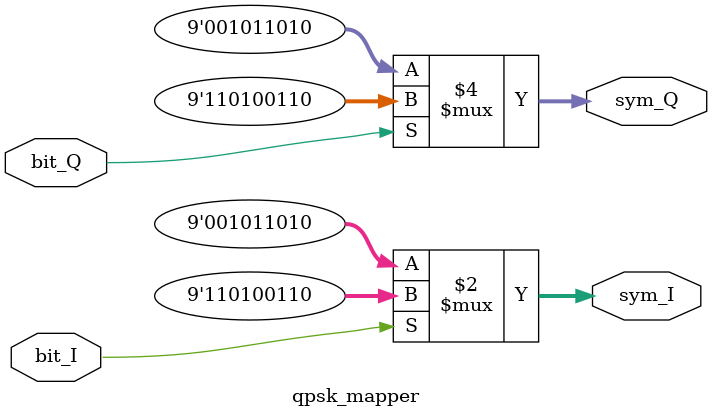
<source format=v>
`timescale 1ns/1ps

module qpsk_mapper (
    // Entrada: Bits crudos del PRBS
    input  wire bit_I,
    input  wire bit_Q,
    
    // Salida: Símbolos QPSK en 9 bits signed
    // Rango: -256 a +255
    // +90 (Decimal) -> 9'h05A
    // -90 (Decimal) -> 9'h1A6 (Complemento a 2)
    output wire signed [8:0] sym_I, // <--- CAMBIO A 9 BITS [8:0]
    output wire signed [8:0] sym_Q  // <--- CAMBIO A 9 BITS [8:0]
);

    // Definición de la amplitud
    // Valor 90 decimal en 9 bits con signo
    localparam signed [8:0] QPSK_VAL_POS = 9'sd90; // <--- CAMBIO A 9'sd...
    
    // Valor -90 decimal en 9 bits con signo
    localparam signed [8:0] QPSK_VAL_NEG = -9'sd90; // <--- CAMBIO A -9'sd...

    // Lógica de Mapeo:
    assign sym_I = (bit_I == 1'b0) ? QPSK_VAL_POS : QPSK_VAL_NEG;
    assign sym_Q = (bit_Q == 1'b0) ? QPSK_VAL_POS : QPSK_VAL_NEG;

endmodule
</source>
